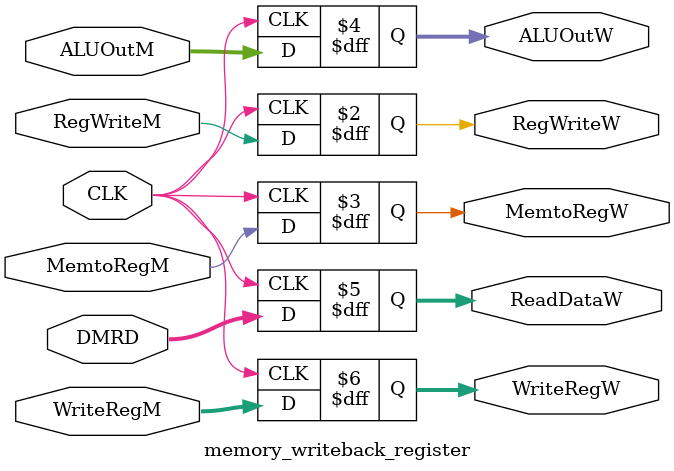
<source format=v>
`timescale 1ns / 1ps

module memory_writeback_register # (parameter WL = 32)
(
    input CLK,
    input RegWriteM,
    input MemtoRegM,
    input [WL - 1 : 0] ALUOutM,
    input [WL - 1 : 0] DMRD,
    input [4 : 0] WriteRegM,
    output reg RegWriteW,
    output reg MemtoRegW,
    output reg [WL - 1 : 0] ALUOutW,
    output reg [WL - 1 : 0] ReadDataW,
    output reg [4 : 0] WriteRegW
);
    
    
    always @ (posedge CLK)
    begin
        RegWriteW <= RegWriteM;
        MemtoRegW <= MemtoRegM;
        ALUOutW <= ALUOutM;
        ReadDataW <= DMRD;
        WriteRegW <= WriteRegM;
    end
    
    
endmodule

</source>
